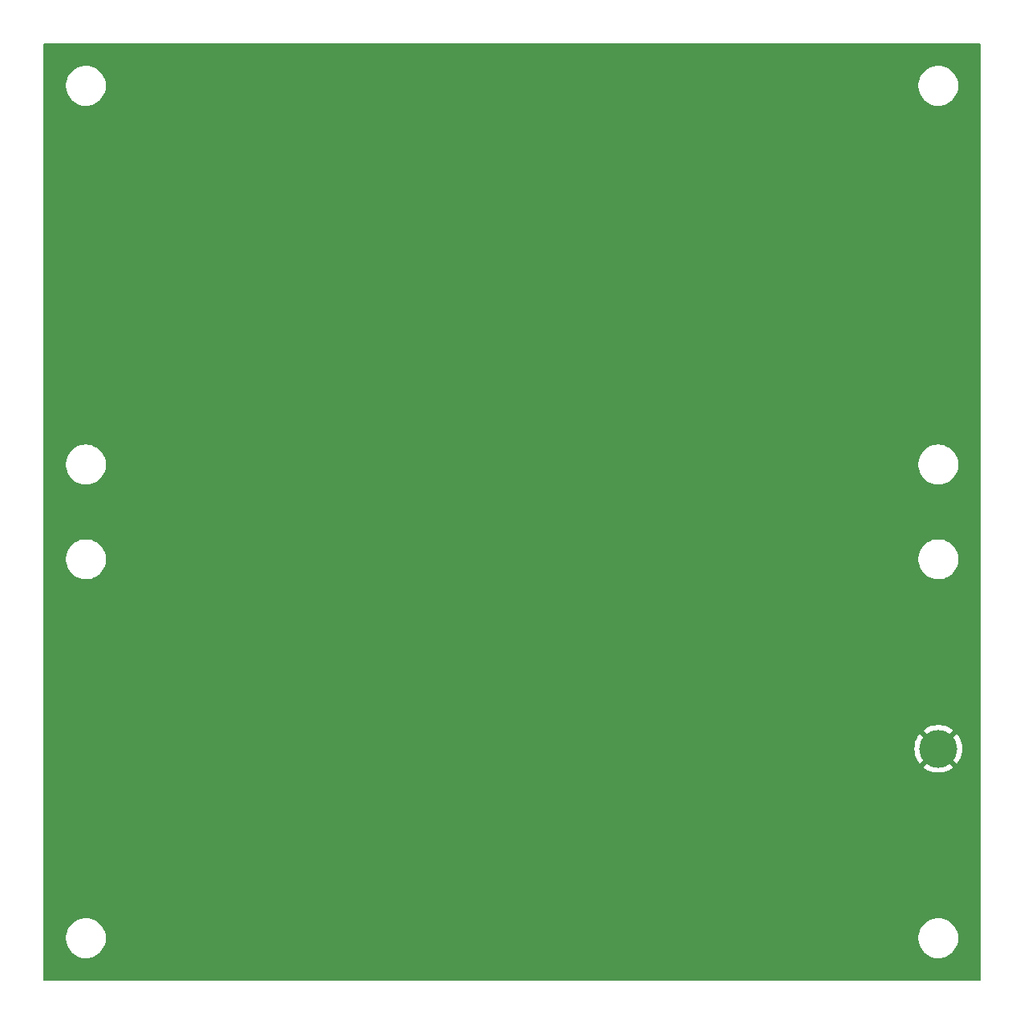
<source format=gbl>
G04 #@! TF.GenerationSoftware,KiCad,Pcbnew,(6.0.0)*
G04 #@! TF.CreationDate,2022-01-21T17:29:39+00:00*
G04 #@! TF.ProjectId,Max100x100Plate,4d617831-3030-4783-9130-30506c617465,rev?*
G04 #@! TF.SameCoordinates,Original*
G04 #@! TF.FileFunction,Copper,L2,Bot*
G04 #@! TF.FilePolarity,Positive*
%FSLAX46Y46*%
G04 Gerber Fmt 4.6, Leading zero omitted, Abs format (unit mm)*
G04 Created by KiCad (PCBNEW (6.0.0)) date 2022-01-21 17:29:39*
%MOMM*%
%LPD*%
G01*
G04 APERTURE LIST*
G04 #@! TA.AperFunction,ComponentPad*
%ADD10C,4.000000*%
G04 #@! TD*
G04 APERTURE END LIST*
D10*
X195000000Y-125000000D03*
G04 #@! TA.AperFunction,Conductor*
G36*
X199434121Y-50528002D02*
G01*
X199480614Y-50581658D01*
X199492000Y-50634000D01*
X199492000Y-149366000D01*
X199471998Y-149434121D01*
X199418342Y-149480614D01*
X199366000Y-149492000D01*
X100634000Y-149492000D01*
X100565879Y-149471998D01*
X100519386Y-149418342D01*
X100508000Y-149366000D01*
X100508000Y-145132703D01*
X102890743Y-145132703D01*
X102928268Y-145417734D01*
X103004129Y-145695036D01*
X103116923Y-145959476D01*
X103264561Y-146206161D01*
X103444313Y-146430528D01*
X103652851Y-146628423D01*
X103886317Y-146796186D01*
X103890112Y-146798195D01*
X103890113Y-146798196D01*
X103911869Y-146809715D01*
X104140392Y-146930712D01*
X104410373Y-147029511D01*
X104691264Y-147090755D01*
X104719841Y-147093004D01*
X104914282Y-147108307D01*
X104914291Y-147108307D01*
X104916739Y-147108500D01*
X105072271Y-147108500D01*
X105074407Y-147108354D01*
X105074418Y-147108354D01*
X105282548Y-147094165D01*
X105282554Y-147094164D01*
X105286825Y-147093873D01*
X105291020Y-147093004D01*
X105291022Y-147093004D01*
X105427584Y-147064723D01*
X105568342Y-147035574D01*
X105839343Y-146939607D01*
X106094812Y-146807750D01*
X106098313Y-146805289D01*
X106098317Y-146805287D01*
X106212418Y-146725095D01*
X106330023Y-146642441D01*
X106540622Y-146446740D01*
X106722713Y-146224268D01*
X106872927Y-145979142D01*
X106988483Y-145715898D01*
X107067244Y-145439406D01*
X107107751Y-145154784D01*
X107107845Y-145136951D01*
X107107867Y-145132703D01*
X192890743Y-145132703D01*
X192928268Y-145417734D01*
X193004129Y-145695036D01*
X193116923Y-145959476D01*
X193264561Y-146206161D01*
X193444313Y-146430528D01*
X193652851Y-146628423D01*
X193886317Y-146796186D01*
X193890112Y-146798195D01*
X193890113Y-146798196D01*
X193911869Y-146809715D01*
X194140392Y-146930712D01*
X194410373Y-147029511D01*
X194691264Y-147090755D01*
X194719841Y-147093004D01*
X194914282Y-147108307D01*
X194914291Y-147108307D01*
X194916739Y-147108500D01*
X195072271Y-147108500D01*
X195074407Y-147108354D01*
X195074418Y-147108354D01*
X195282548Y-147094165D01*
X195282554Y-147094164D01*
X195286825Y-147093873D01*
X195291020Y-147093004D01*
X195291022Y-147093004D01*
X195427584Y-147064723D01*
X195568342Y-147035574D01*
X195839343Y-146939607D01*
X196094812Y-146807750D01*
X196098313Y-146805289D01*
X196098317Y-146805287D01*
X196212418Y-146725095D01*
X196330023Y-146642441D01*
X196540622Y-146446740D01*
X196722713Y-146224268D01*
X196872927Y-145979142D01*
X196988483Y-145715898D01*
X197067244Y-145439406D01*
X197107751Y-145154784D01*
X197107845Y-145136951D01*
X197109235Y-144871583D01*
X197109235Y-144871576D01*
X197109257Y-144867297D01*
X197071732Y-144582266D01*
X196995871Y-144304964D01*
X196883077Y-144040524D01*
X196735439Y-143793839D01*
X196555687Y-143569472D01*
X196347149Y-143371577D01*
X196113683Y-143203814D01*
X196091843Y-143192250D01*
X196068654Y-143179972D01*
X195859608Y-143069288D01*
X195589627Y-142970489D01*
X195308736Y-142909245D01*
X195277685Y-142906801D01*
X195085718Y-142891693D01*
X195085709Y-142891693D01*
X195083261Y-142891500D01*
X194927729Y-142891500D01*
X194925593Y-142891646D01*
X194925582Y-142891646D01*
X194717452Y-142905835D01*
X194717446Y-142905836D01*
X194713175Y-142906127D01*
X194708980Y-142906996D01*
X194708978Y-142906996D01*
X194572416Y-142935277D01*
X194431658Y-142964426D01*
X194160657Y-143060393D01*
X193905188Y-143192250D01*
X193901687Y-143194711D01*
X193901683Y-143194713D01*
X193891594Y-143201804D01*
X193669977Y-143357559D01*
X193459378Y-143553260D01*
X193277287Y-143775732D01*
X193127073Y-144020858D01*
X193011517Y-144284102D01*
X192932756Y-144560594D01*
X192892249Y-144845216D01*
X192892227Y-144849505D01*
X192892226Y-144849512D01*
X192890765Y-145128417D01*
X192890743Y-145132703D01*
X107107867Y-145132703D01*
X107109235Y-144871583D01*
X107109235Y-144871576D01*
X107109257Y-144867297D01*
X107071732Y-144582266D01*
X106995871Y-144304964D01*
X106883077Y-144040524D01*
X106735439Y-143793839D01*
X106555687Y-143569472D01*
X106347149Y-143371577D01*
X106113683Y-143203814D01*
X106091843Y-143192250D01*
X106068654Y-143179972D01*
X105859608Y-143069288D01*
X105589627Y-142970489D01*
X105308736Y-142909245D01*
X105277685Y-142906801D01*
X105085718Y-142891693D01*
X105085709Y-142891693D01*
X105083261Y-142891500D01*
X104927729Y-142891500D01*
X104925593Y-142891646D01*
X104925582Y-142891646D01*
X104717452Y-142905835D01*
X104717446Y-142905836D01*
X104713175Y-142906127D01*
X104708980Y-142906996D01*
X104708978Y-142906996D01*
X104572416Y-142935277D01*
X104431658Y-142964426D01*
X104160657Y-143060393D01*
X103905188Y-143192250D01*
X103901687Y-143194711D01*
X103901683Y-143194713D01*
X103891594Y-143201804D01*
X103669977Y-143357559D01*
X103459378Y-143553260D01*
X103277287Y-143775732D01*
X103127073Y-144020858D01*
X103011517Y-144284102D01*
X102932756Y-144560594D01*
X102892249Y-144845216D01*
X102892227Y-144849505D01*
X102892226Y-144849512D01*
X102890765Y-145128417D01*
X102890743Y-145132703D01*
X100508000Y-145132703D01*
X100508000Y-126945987D01*
X193418721Y-126945987D01*
X193427548Y-126957605D01*
X193650281Y-127119430D01*
X193656961Y-127123670D01*
X193926572Y-127271890D01*
X193933707Y-127275247D01*
X194219770Y-127388508D01*
X194227296Y-127390953D01*
X194525279Y-127467462D01*
X194533050Y-127468945D01*
X194838278Y-127507503D01*
X194846169Y-127508000D01*
X195153831Y-127508000D01*
X195161722Y-127507503D01*
X195466950Y-127468945D01*
X195474721Y-127467462D01*
X195772704Y-127390953D01*
X195780230Y-127388508D01*
X196066293Y-127275247D01*
X196073428Y-127271890D01*
X196343039Y-127123670D01*
X196349719Y-127119430D01*
X196572823Y-126957336D01*
X196581246Y-126946413D01*
X196574342Y-126933552D01*
X195012812Y-125372022D01*
X194998868Y-125364408D01*
X194997035Y-125364539D01*
X194990420Y-125368790D01*
X193425334Y-126933876D01*
X193418721Y-126945987D01*
X100508000Y-126945987D01*
X100508000Y-125003958D01*
X192487290Y-125003958D01*
X192506607Y-125310994D01*
X192507600Y-125318855D01*
X192565246Y-125621046D01*
X192567217Y-125628723D01*
X192662284Y-125921309D01*
X192665199Y-125928672D01*
X192796189Y-126207041D01*
X192800001Y-126213974D01*
X192964851Y-126473736D01*
X192969495Y-126480129D01*
X193044497Y-126570790D01*
X193057014Y-126579245D01*
X193067752Y-126573038D01*
X194627978Y-125012812D01*
X194634356Y-125001132D01*
X195364408Y-125001132D01*
X195364539Y-125002965D01*
X195368790Y-125009580D01*
X196931145Y-126571935D01*
X196944407Y-126579177D01*
X196954512Y-126571988D01*
X197030505Y-126480129D01*
X197035149Y-126473736D01*
X197199999Y-126213974D01*
X197203811Y-126207041D01*
X197334801Y-125928672D01*
X197337716Y-125921309D01*
X197432783Y-125628723D01*
X197434754Y-125621046D01*
X197492400Y-125318855D01*
X197493393Y-125310994D01*
X197512710Y-125003958D01*
X197512710Y-124996042D01*
X197493393Y-124689006D01*
X197492400Y-124681145D01*
X197434754Y-124378954D01*
X197432783Y-124371277D01*
X197337716Y-124078691D01*
X197334801Y-124071328D01*
X197203811Y-123792959D01*
X197199999Y-123786026D01*
X197035149Y-123526264D01*
X197030505Y-123519871D01*
X196955503Y-123429210D01*
X196942986Y-123420755D01*
X196932248Y-123426962D01*
X195372022Y-124987188D01*
X195364408Y-125001132D01*
X194634356Y-125001132D01*
X194635592Y-124998868D01*
X194635461Y-124997035D01*
X194631210Y-124990420D01*
X193068855Y-123428065D01*
X193055593Y-123420823D01*
X193045488Y-123428012D01*
X192969495Y-123519871D01*
X192964851Y-123526264D01*
X192800001Y-123786026D01*
X192796189Y-123792959D01*
X192665199Y-124071328D01*
X192662284Y-124078691D01*
X192567217Y-124371277D01*
X192565246Y-124378954D01*
X192507600Y-124681145D01*
X192506607Y-124689006D01*
X192487290Y-124996042D01*
X192487290Y-125003958D01*
X100508000Y-125003958D01*
X100508000Y-123053587D01*
X193418754Y-123053587D01*
X193425658Y-123066448D01*
X194987188Y-124627978D01*
X195001132Y-124635592D01*
X195002965Y-124635461D01*
X195009580Y-124631210D01*
X196574666Y-123066124D01*
X196581279Y-123054013D01*
X196572452Y-123042395D01*
X196349719Y-122880570D01*
X196343039Y-122876330D01*
X196073428Y-122728110D01*
X196066293Y-122724753D01*
X195780230Y-122611492D01*
X195772704Y-122609047D01*
X195474721Y-122532538D01*
X195466950Y-122531055D01*
X195161722Y-122492497D01*
X195153831Y-122492000D01*
X194846169Y-122492000D01*
X194838278Y-122492497D01*
X194533050Y-122531055D01*
X194525279Y-122532538D01*
X194227296Y-122609047D01*
X194219770Y-122611492D01*
X193933707Y-122724753D01*
X193926572Y-122728110D01*
X193656961Y-122876330D01*
X193650281Y-122880570D01*
X193427177Y-123042664D01*
X193418754Y-123053587D01*
X100508000Y-123053587D01*
X100508000Y-105132703D01*
X102890743Y-105132703D01*
X102928268Y-105417734D01*
X103004129Y-105695036D01*
X103116923Y-105959476D01*
X103264561Y-106206161D01*
X103444313Y-106430528D01*
X103652851Y-106628423D01*
X103886317Y-106796186D01*
X103890112Y-106798195D01*
X103890113Y-106798196D01*
X103911869Y-106809715D01*
X104140392Y-106930712D01*
X104410373Y-107029511D01*
X104691264Y-107090755D01*
X104719841Y-107093004D01*
X104914282Y-107108307D01*
X104914291Y-107108307D01*
X104916739Y-107108500D01*
X105072271Y-107108500D01*
X105074407Y-107108354D01*
X105074418Y-107108354D01*
X105282548Y-107094165D01*
X105282554Y-107094164D01*
X105286825Y-107093873D01*
X105291020Y-107093004D01*
X105291022Y-107093004D01*
X105427583Y-107064724D01*
X105568342Y-107035574D01*
X105839343Y-106939607D01*
X106094812Y-106807750D01*
X106098313Y-106805289D01*
X106098317Y-106805287D01*
X106212417Y-106725096D01*
X106330023Y-106642441D01*
X106540622Y-106446740D01*
X106722713Y-106224268D01*
X106872927Y-105979142D01*
X106988483Y-105715898D01*
X107067244Y-105439406D01*
X107107751Y-105154784D01*
X107107845Y-105136951D01*
X107107867Y-105132703D01*
X192890743Y-105132703D01*
X192928268Y-105417734D01*
X193004129Y-105695036D01*
X193116923Y-105959476D01*
X193264561Y-106206161D01*
X193444313Y-106430528D01*
X193652851Y-106628423D01*
X193886317Y-106796186D01*
X193890112Y-106798195D01*
X193890113Y-106798196D01*
X193911869Y-106809715D01*
X194140392Y-106930712D01*
X194410373Y-107029511D01*
X194691264Y-107090755D01*
X194719841Y-107093004D01*
X194914282Y-107108307D01*
X194914291Y-107108307D01*
X194916739Y-107108500D01*
X195072271Y-107108500D01*
X195074407Y-107108354D01*
X195074418Y-107108354D01*
X195282548Y-107094165D01*
X195282554Y-107094164D01*
X195286825Y-107093873D01*
X195291020Y-107093004D01*
X195291022Y-107093004D01*
X195427583Y-107064724D01*
X195568342Y-107035574D01*
X195839343Y-106939607D01*
X196094812Y-106807750D01*
X196098313Y-106805289D01*
X196098317Y-106805287D01*
X196212418Y-106725095D01*
X196330023Y-106642441D01*
X196540622Y-106446740D01*
X196722713Y-106224268D01*
X196872927Y-105979142D01*
X196988483Y-105715898D01*
X197067244Y-105439406D01*
X197107751Y-105154784D01*
X197107845Y-105136951D01*
X197109235Y-104871583D01*
X197109235Y-104871576D01*
X197109257Y-104867297D01*
X197071732Y-104582266D01*
X196995871Y-104304964D01*
X196883077Y-104040524D01*
X196735439Y-103793839D01*
X196555687Y-103569472D01*
X196347149Y-103371577D01*
X196113683Y-103203814D01*
X196091843Y-103192250D01*
X196068654Y-103179972D01*
X195859608Y-103069288D01*
X195589627Y-102970489D01*
X195308736Y-102909245D01*
X195277685Y-102906801D01*
X195085718Y-102891693D01*
X195085709Y-102891693D01*
X195083261Y-102891500D01*
X194927729Y-102891500D01*
X194925593Y-102891646D01*
X194925582Y-102891646D01*
X194717452Y-102905835D01*
X194717446Y-102905836D01*
X194713175Y-102906127D01*
X194708980Y-102906996D01*
X194708978Y-102906996D01*
X194572417Y-102935276D01*
X194431658Y-102964426D01*
X194160657Y-103060393D01*
X193905188Y-103192250D01*
X193901687Y-103194711D01*
X193901683Y-103194713D01*
X193891594Y-103201804D01*
X193669977Y-103357559D01*
X193459378Y-103553260D01*
X193277287Y-103775732D01*
X193127073Y-104020858D01*
X193011517Y-104284102D01*
X192932756Y-104560594D01*
X192892249Y-104845216D01*
X192892227Y-104849505D01*
X192892226Y-104849512D01*
X192890765Y-105128417D01*
X192890743Y-105132703D01*
X107107867Y-105132703D01*
X107109235Y-104871583D01*
X107109235Y-104871576D01*
X107109257Y-104867297D01*
X107071732Y-104582266D01*
X106995871Y-104304964D01*
X106883077Y-104040524D01*
X106735439Y-103793839D01*
X106555687Y-103569472D01*
X106347149Y-103371577D01*
X106113683Y-103203814D01*
X106091843Y-103192250D01*
X106068654Y-103179972D01*
X105859608Y-103069288D01*
X105589627Y-102970489D01*
X105308736Y-102909245D01*
X105277685Y-102906801D01*
X105085718Y-102891693D01*
X105085709Y-102891693D01*
X105083261Y-102891500D01*
X104927729Y-102891500D01*
X104925593Y-102891646D01*
X104925582Y-102891646D01*
X104717452Y-102905835D01*
X104717446Y-102905836D01*
X104713175Y-102906127D01*
X104708980Y-102906996D01*
X104708978Y-102906996D01*
X104572417Y-102935276D01*
X104431658Y-102964426D01*
X104160657Y-103060393D01*
X103905188Y-103192250D01*
X103901687Y-103194711D01*
X103901683Y-103194713D01*
X103891594Y-103201804D01*
X103669977Y-103357559D01*
X103459378Y-103553260D01*
X103277287Y-103775732D01*
X103127073Y-104020858D01*
X103011517Y-104284102D01*
X102932756Y-104560594D01*
X102892249Y-104845216D01*
X102892227Y-104849505D01*
X102892226Y-104849512D01*
X102890765Y-105128417D01*
X102890743Y-105132703D01*
X100508000Y-105132703D01*
X100508000Y-95132703D01*
X102890743Y-95132703D01*
X102928268Y-95417734D01*
X103004129Y-95695036D01*
X103116923Y-95959476D01*
X103264561Y-96206161D01*
X103444313Y-96430528D01*
X103652851Y-96628423D01*
X103886317Y-96796186D01*
X103890112Y-96798195D01*
X103890113Y-96798196D01*
X103911869Y-96809715D01*
X104140392Y-96930712D01*
X104410373Y-97029511D01*
X104691264Y-97090755D01*
X104719841Y-97093004D01*
X104914282Y-97108307D01*
X104914291Y-97108307D01*
X104916739Y-97108500D01*
X105072271Y-97108500D01*
X105074407Y-97108354D01*
X105074418Y-97108354D01*
X105282548Y-97094165D01*
X105282554Y-97094164D01*
X105286825Y-97093873D01*
X105291020Y-97093004D01*
X105291022Y-97093004D01*
X105427583Y-97064724D01*
X105568342Y-97035574D01*
X105839343Y-96939607D01*
X106094812Y-96807750D01*
X106098313Y-96805289D01*
X106098317Y-96805287D01*
X106212418Y-96725095D01*
X106330023Y-96642441D01*
X106540622Y-96446740D01*
X106722713Y-96224268D01*
X106872927Y-95979142D01*
X106988483Y-95715898D01*
X107067244Y-95439406D01*
X107107751Y-95154784D01*
X107107845Y-95136951D01*
X107107867Y-95132703D01*
X192890743Y-95132703D01*
X192928268Y-95417734D01*
X193004129Y-95695036D01*
X193116923Y-95959476D01*
X193264561Y-96206161D01*
X193444313Y-96430528D01*
X193652851Y-96628423D01*
X193886317Y-96796186D01*
X193890112Y-96798195D01*
X193890113Y-96798196D01*
X193911869Y-96809715D01*
X194140392Y-96930712D01*
X194410373Y-97029511D01*
X194691264Y-97090755D01*
X194719841Y-97093004D01*
X194914282Y-97108307D01*
X194914291Y-97108307D01*
X194916739Y-97108500D01*
X195072271Y-97108500D01*
X195074407Y-97108354D01*
X195074418Y-97108354D01*
X195282548Y-97094165D01*
X195282554Y-97094164D01*
X195286825Y-97093873D01*
X195291020Y-97093004D01*
X195291022Y-97093004D01*
X195427583Y-97064724D01*
X195568342Y-97035574D01*
X195839343Y-96939607D01*
X196094812Y-96807750D01*
X196098313Y-96805289D01*
X196098317Y-96805287D01*
X196212418Y-96725095D01*
X196330023Y-96642441D01*
X196540622Y-96446740D01*
X196722713Y-96224268D01*
X196872927Y-95979142D01*
X196988483Y-95715898D01*
X197067244Y-95439406D01*
X197107751Y-95154784D01*
X197107845Y-95136951D01*
X197109235Y-94871583D01*
X197109235Y-94871576D01*
X197109257Y-94867297D01*
X197071732Y-94582266D01*
X196995871Y-94304964D01*
X196883077Y-94040524D01*
X196735439Y-93793839D01*
X196555687Y-93569472D01*
X196347149Y-93371577D01*
X196113683Y-93203814D01*
X196091843Y-93192250D01*
X196068654Y-93179972D01*
X195859608Y-93069288D01*
X195589627Y-92970489D01*
X195308736Y-92909245D01*
X195277685Y-92906801D01*
X195085718Y-92891693D01*
X195085709Y-92891693D01*
X195083261Y-92891500D01*
X194927729Y-92891500D01*
X194925593Y-92891646D01*
X194925582Y-92891646D01*
X194717452Y-92905835D01*
X194717446Y-92905836D01*
X194713175Y-92906127D01*
X194708980Y-92906996D01*
X194708978Y-92906996D01*
X194572417Y-92935276D01*
X194431658Y-92964426D01*
X194160657Y-93060393D01*
X193905188Y-93192250D01*
X193901687Y-93194711D01*
X193901683Y-93194713D01*
X193891594Y-93201804D01*
X193669977Y-93357559D01*
X193459378Y-93553260D01*
X193277287Y-93775732D01*
X193127073Y-94020858D01*
X193011517Y-94284102D01*
X192932756Y-94560594D01*
X192892249Y-94845216D01*
X192892227Y-94849505D01*
X192892226Y-94849512D01*
X192890765Y-95128417D01*
X192890743Y-95132703D01*
X107107867Y-95132703D01*
X107109235Y-94871583D01*
X107109235Y-94871576D01*
X107109257Y-94867297D01*
X107071732Y-94582266D01*
X106995871Y-94304964D01*
X106883077Y-94040524D01*
X106735439Y-93793839D01*
X106555687Y-93569472D01*
X106347149Y-93371577D01*
X106113683Y-93203814D01*
X106091843Y-93192250D01*
X106068654Y-93179972D01*
X105859608Y-93069288D01*
X105589627Y-92970489D01*
X105308736Y-92909245D01*
X105277685Y-92906801D01*
X105085718Y-92891693D01*
X105085709Y-92891693D01*
X105083261Y-92891500D01*
X104927729Y-92891500D01*
X104925593Y-92891646D01*
X104925582Y-92891646D01*
X104717452Y-92905835D01*
X104717446Y-92905836D01*
X104713175Y-92906127D01*
X104708980Y-92906996D01*
X104708978Y-92906996D01*
X104572417Y-92935276D01*
X104431658Y-92964426D01*
X104160657Y-93060393D01*
X103905188Y-93192250D01*
X103901687Y-93194711D01*
X103901683Y-93194713D01*
X103891594Y-93201804D01*
X103669977Y-93357559D01*
X103459378Y-93553260D01*
X103277287Y-93775732D01*
X103127073Y-94020858D01*
X103011517Y-94284102D01*
X102932756Y-94560594D01*
X102892249Y-94845216D01*
X102892227Y-94849505D01*
X102892226Y-94849512D01*
X102890765Y-95128417D01*
X102890743Y-95132703D01*
X100508000Y-95132703D01*
X100508000Y-55132703D01*
X102890743Y-55132703D01*
X102928268Y-55417734D01*
X103004129Y-55695036D01*
X103116923Y-55959476D01*
X103264561Y-56206161D01*
X103444313Y-56430528D01*
X103652851Y-56628423D01*
X103886317Y-56796186D01*
X103890112Y-56798195D01*
X103890113Y-56798196D01*
X103911869Y-56809715D01*
X104140392Y-56930712D01*
X104410373Y-57029511D01*
X104691264Y-57090755D01*
X104719841Y-57093004D01*
X104914282Y-57108307D01*
X104914291Y-57108307D01*
X104916739Y-57108500D01*
X105072271Y-57108500D01*
X105074407Y-57108354D01*
X105074418Y-57108354D01*
X105282548Y-57094165D01*
X105282554Y-57094164D01*
X105286825Y-57093873D01*
X105291020Y-57093004D01*
X105291022Y-57093004D01*
X105427583Y-57064724D01*
X105568342Y-57035574D01*
X105839343Y-56939607D01*
X106094812Y-56807750D01*
X106098313Y-56805289D01*
X106098317Y-56805287D01*
X106212417Y-56725096D01*
X106330023Y-56642441D01*
X106540622Y-56446740D01*
X106722713Y-56224268D01*
X106872927Y-55979142D01*
X106988483Y-55715898D01*
X107067244Y-55439406D01*
X107107751Y-55154784D01*
X107107845Y-55136951D01*
X107107867Y-55132703D01*
X192890743Y-55132703D01*
X192928268Y-55417734D01*
X193004129Y-55695036D01*
X193116923Y-55959476D01*
X193264561Y-56206161D01*
X193444313Y-56430528D01*
X193652851Y-56628423D01*
X193886317Y-56796186D01*
X193890112Y-56798195D01*
X193890113Y-56798196D01*
X193911869Y-56809715D01*
X194140392Y-56930712D01*
X194410373Y-57029511D01*
X194691264Y-57090755D01*
X194719841Y-57093004D01*
X194914282Y-57108307D01*
X194914291Y-57108307D01*
X194916739Y-57108500D01*
X195072271Y-57108500D01*
X195074407Y-57108354D01*
X195074418Y-57108354D01*
X195282548Y-57094165D01*
X195282554Y-57094164D01*
X195286825Y-57093873D01*
X195291020Y-57093004D01*
X195291022Y-57093004D01*
X195427583Y-57064724D01*
X195568342Y-57035574D01*
X195839343Y-56939607D01*
X196094812Y-56807750D01*
X196098313Y-56805289D01*
X196098317Y-56805287D01*
X196212417Y-56725096D01*
X196330023Y-56642441D01*
X196540622Y-56446740D01*
X196722713Y-56224268D01*
X196872927Y-55979142D01*
X196988483Y-55715898D01*
X197067244Y-55439406D01*
X197107751Y-55154784D01*
X197107845Y-55136951D01*
X197109235Y-54871583D01*
X197109235Y-54871576D01*
X197109257Y-54867297D01*
X197071732Y-54582266D01*
X196995871Y-54304964D01*
X196883077Y-54040524D01*
X196735439Y-53793839D01*
X196555687Y-53569472D01*
X196347149Y-53371577D01*
X196113683Y-53203814D01*
X196091843Y-53192250D01*
X196068654Y-53179972D01*
X195859608Y-53069288D01*
X195589627Y-52970489D01*
X195308736Y-52909245D01*
X195277685Y-52906801D01*
X195085718Y-52891693D01*
X195085709Y-52891693D01*
X195083261Y-52891500D01*
X194927729Y-52891500D01*
X194925593Y-52891646D01*
X194925582Y-52891646D01*
X194717452Y-52905835D01*
X194717446Y-52905836D01*
X194713175Y-52906127D01*
X194708980Y-52906996D01*
X194708978Y-52906996D01*
X194572416Y-52935277D01*
X194431658Y-52964426D01*
X194160657Y-53060393D01*
X193905188Y-53192250D01*
X193901687Y-53194711D01*
X193901683Y-53194713D01*
X193891594Y-53201804D01*
X193669977Y-53357559D01*
X193459378Y-53553260D01*
X193277287Y-53775732D01*
X193127073Y-54020858D01*
X193011517Y-54284102D01*
X192932756Y-54560594D01*
X192892249Y-54845216D01*
X192892227Y-54849505D01*
X192892226Y-54849512D01*
X192890765Y-55128417D01*
X192890743Y-55132703D01*
X107107867Y-55132703D01*
X107109235Y-54871583D01*
X107109235Y-54871576D01*
X107109257Y-54867297D01*
X107071732Y-54582266D01*
X106995871Y-54304964D01*
X106883077Y-54040524D01*
X106735439Y-53793839D01*
X106555687Y-53569472D01*
X106347149Y-53371577D01*
X106113683Y-53203814D01*
X106091843Y-53192250D01*
X106068654Y-53179972D01*
X105859608Y-53069288D01*
X105589627Y-52970489D01*
X105308736Y-52909245D01*
X105277685Y-52906801D01*
X105085718Y-52891693D01*
X105085709Y-52891693D01*
X105083261Y-52891500D01*
X104927729Y-52891500D01*
X104925593Y-52891646D01*
X104925582Y-52891646D01*
X104717452Y-52905835D01*
X104717446Y-52905836D01*
X104713175Y-52906127D01*
X104708980Y-52906996D01*
X104708978Y-52906996D01*
X104572416Y-52935277D01*
X104431658Y-52964426D01*
X104160657Y-53060393D01*
X103905188Y-53192250D01*
X103901687Y-53194711D01*
X103901683Y-53194713D01*
X103891594Y-53201804D01*
X103669977Y-53357559D01*
X103459378Y-53553260D01*
X103277287Y-53775732D01*
X103127073Y-54020858D01*
X103011517Y-54284102D01*
X102932756Y-54560594D01*
X102892249Y-54845216D01*
X102892227Y-54849505D01*
X102892226Y-54849512D01*
X102890765Y-55128417D01*
X102890743Y-55132703D01*
X100508000Y-55132703D01*
X100508000Y-50634000D01*
X100528002Y-50565879D01*
X100581658Y-50519386D01*
X100634000Y-50508000D01*
X199366000Y-50508000D01*
X199434121Y-50528002D01*
G37*
G04 #@! TD.AperFunction*
M02*

</source>
